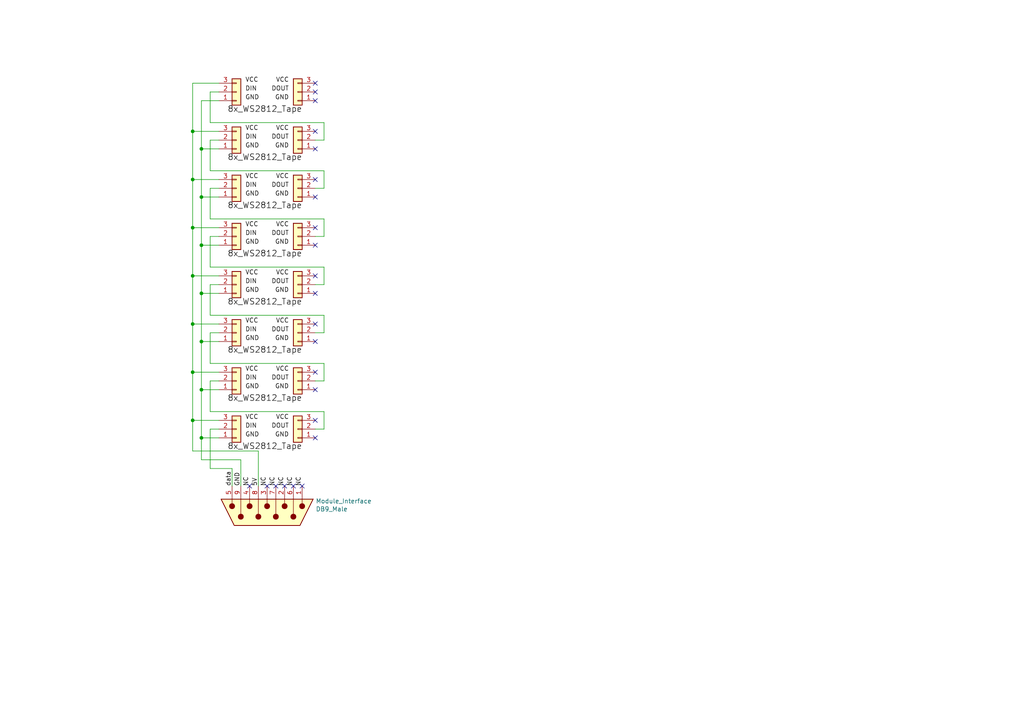
<source format=kicad_sch>
(kicad_sch (version 20211123) (generator eeschema)
  (paper "A4")
  (lib_symbols
    (symbol "Connector:DB9_Male" (pin_names (offset 1.016) hide)
      (property "Reference" "J" (at 0 13.97 0))
      (property "Value" "DB9_Male" (at 0 -14.605 0))
      (symbol "DB9_Male_0_1"
        (circle (center -1.778 -10.16) (radius 0.762) (fill (type outline)))
        (circle (center -1.778 -5.08) (radius 0.762) (fill (type outline)))
        (circle (center -1.778 0) (radius 0.762) (fill (type outline)))
        (circle (center -1.778 5.08) (radius 0.762) (fill (type outline)))
        (circle (center -1.778 10.16) (radius 0.762) (fill (type outline)))
        (polyline (pts (xy -3.81 -10.16) (xy -2.54 -10.16)))
        (polyline (pts (xy -3.81 -7.62) (xy 0.508 -7.62)))
        (polyline (pts (xy -3.81 -5.08) (xy -2.54 -5.08)))
        (polyline (pts (xy -3.81 -2.54) (xy 0.508 -2.54)))
        (polyline (pts (xy -3.81 0) (xy -2.54 0)))
        (polyline (pts (xy -3.81 2.54) (xy 0.508 2.54)))
        (polyline (pts (xy -3.81 5.08) (xy -2.54 5.08)))
        (polyline (pts (xy -3.81 7.62) (xy 0.508 7.62)))
        (polyline (pts (xy -3.81 10.16) (xy -2.54 10.16)))
        (polyline (pts (xy -3.81 -13.335) (xy -3.81 13.335) (xy 3.81 9.525) (xy 3.81 -9.525) (xy -3.81 -13.335)) (stroke (width 0.254)) (fill (type background)))
        (circle (center 1.27 -7.62) (radius 0.762) (fill (type outline)))
        (circle (center 1.27 -2.54) (radius 0.762) (fill (type outline)))
        (circle (center 1.27 2.54) (radius 0.762) (fill (type outline)))
        (circle (center 1.27 7.62) (radius 0.762) (fill (type outline)))
      )
      (symbol "DB9_Male_1_1"
        (pin passive line (at -7.62 -10.16 0) (length 3.81) (name "1") (number "1"))
        (pin passive line (at -7.62 -5.08 0) (length 3.81) (name "2") (number "2"))
        (pin passive line (at -7.62 0 0) (length 3.81) (name "3") (number "3"))
        (pin passive line (at -7.62 5.08 0) (length 3.81) (name "4") (number "4"))
        (pin passive line (at -7.62 10.16 0) (length 3.81) (name "5") (number "5"))
        (pin passive line (at -7.62 -7.62 0) (length 3.81) (name "6") (number "6"))
        (pin passive line (at -7.62 -2.54 0) (length 3.81) (name "7") (number "7"))
        (pin passive line (at -7.62 2.54 0) (length 3.81) (name "8") (number "8"))
        (pin passive line (at -7.62 7.62 0) (length 3.81) (name "9") (number "9"))
      )
    )
    (symbol "Connector_Generic:Conn_01x03" (pin_names (offset 1.016) hide)
      (property "Reference" "J" (at 0 5.08 0))
      (property "Value" "Conn_01x03" (at 0 -5.08 0))
      (symbol "Conn_01x03_1_1"
        (rectangle (start -1.27 -2.413) (end 0 -2.667) (stroke (width 0.1524)))
        (rectangle (start -1.27 0.127) (end 0 -0.127) (stroke (width 0.1524)))
        (rectangle (start -1.27 2.667) (end 0 2.413) (stroke (width 0.1524)))
        (rectangle (start -1.27 3.81) (end 1.27 -3.81) (stroke (width 0.254)) (fill (type background)))
        (pin passive line (at -5.08 2.54 0) (length 3.81) (name "Pin_1") (number "1"))
        (pin passive line (at -5.08 0 0) (length 3.81) (name "Pin_2") (number "2"))
        (pin passive line (at -5.08 -2.54 0) (length 3.81) (name "Pin_3") (number "3"))
      )
    )
  )
  (junction (at 58.42 127))
  (junction (at 58.42 85.09))
  (junction (at 55.88 52.07))
  (junction (at 58.42 99.06))
  (junction (at 55.88 93.98))
  (junction (at 58.42 113.03))
  (junction (at 58.42 71.12))
  (junction (at 55.88 66.04))
  (junction (at 55.88 80.01))
  (junction (at 55.88 121.92))
  (junction (at 55.88 38.1))
  (junction (at 58.42 57.15))
  (junction (at 55.88 107.95))
  (junction (at 58.42 43.18))
  (no_connect (at 91.44 57.15))
  (no_connect (at 91.44 99.06))
  (no_connect (at 72.39 140.97))
  (no_connect (at 91.44 24.13))
  (no_connect (at 91.44 127))
  (no_connect (at 91.44 93.98))
  (no_connect (at 91.44 113.03))
  (no_connect (at 91.44 85.09))
  (no_connect (at 91.44 43.18))
  (no_connect (at 87.63 140.97))
  (no_connect (at 91.44 52.07))
  (no_connect (at 77.47 140.97))
  (no_connect (at 91.44 29.21))
  (no_connect (at 91.44 71.12))
  (no_connect (at 85.09 140.97))
  (no_connect (at 91.44 66.04))
  (no_connect (at 91.44 80.01))
  (no_connect (at 80.01 140.97))
  (no_connect (at 91.44 107.95))
  (no_connect (at 91.44 121.92))
  (no_connect (at 82.55 140.97))
  (no_connect (at 91.44 26.67))
  (no_connect (at 91.44 38.1))
  (wire (pts (xy 63.5 38.1) (xy 55.88 38.1)))
  (wire (pts (xy 60.96 40.64) (xy 63.5 40.64)))
  (wire (pts (xy 63.5 43.18) (xy 58.42 43.18)))
  (wire (pts (xy 63.5 85.09) (xy 58.42 85.09)))
  (wire (pts (xy 63.5 52.07) (xy 55.88 52.07)))
  (wire (pts (xy 55.88 121.92) (xy 63.5 121.92)))
  (wire (pts (xy 55.88 121.92) (xy 55.88 130.81)))
  (wire (pts (xy 58.42 113.03) (xy 58.42 99.06)))
  (wire (pts (xy 91.44 40.64) (xy 93.98 40.64)))
  (wire (pts (xy 63.5 99.06) (xy 58.42 99.06)))
  (wire (pts (xy 55.88 24.13) (xy 55.88 38.1)))
  (wire (pts (xy 63.5 24.13) (xy 55.88 24.13)))
  (wire (pts (xy 55.88 93.98) (xy 55.88 107.95)))
  (wire (pts (xy 58.42 127) (xy 58.42 113.03)))
  (wire (pts (xy 60.96 110.49) (xy 63.5 110.49)))
  (wire (pts (xy 58.42 99.06) (xy 58.42 85.09)))
  (wire (pts (xy 60.96 68.58) (xy 63.5 68.58)))
  (wire (pts (xy 91.44 124.46) (xy 93.98 124.46)))
  (wire (pts (xy 55.88 52.07) (xy 55.88 66.04)))
  (wire (pts (xy 60.96 91.44) (xy 60.96 82.55)))
  (wire (pts (xy 93.98 105.41) (xy 60.96 105.41)))
  (wire (pts (xy 63.5 71.12) (xy 58.42 71.12)))
  (wire (pts (xy 93.98 82.55) (xy 93.98 77.47)))
  (wire (pts (xy 91.44 68.58) (xy 93.98 68.58)))
  (wire (pts (xy 93.98 91.44) (xy 60.96 91.44)))
  (wire (pts (xy 93.98 35.56) (xy 60.96 35.56)))
  (wire (pts (xy 67.31 135.89) (xy 67.31 140.97)))
  (wire (pts (xy 63.5 113.03) (xy 58.42 113.03)))
  (wire (pts (xy 93.98 96.52) (xy 93.98 91.44)))
  (wire (pts (xy 60.96 124.46) (xy 60.96 135.89)))
  (wire (pts (xy 58.42 43.18) (xy 58.42 29.21)))
  (wire (pts (xy 63.5 93.98) (xy 55.88 93.98)))
  (wire (pts (xy 60.96 82.55) (xy 63.5 82.55)))
  (wire (pts (xy 63.5 66.04) (xy 55.88 66.04)))
  (wire (pts (xy 93.98 124.46) (xy 93.98 119.38)))
  (wire (pts (xy 93.98 49.53) (xy 60.96 49.53)))
  (wire (pts (xy 69.85 133.35) (xy 58.42 133.35)))
  (wire (pts (xy 58.42 85.09) (xy 58.42 71.12)))
  (wire (pts (xy 93.98 54.61) (xy 93.98 49.53)))
  (wire (pts (xy 93.98 40.64) (xy 93.98 35.56)))
  (wire (pts (xy 60.96 96.52) (xy 63.5 96.52)))
  (wire (pts (xy 63.5 127) (xy 58.42 127)))
  (wire (pts (xy 55.88 66.04) (xy 55.88 80.01)))
  (wire (pts (xy 60.96 35.56) (xy 60.96 26.67)))
  (wire (pts (xy 60.96 135.89) (xy 67.31 135.89)))
  (wire (pts (xy 63.5 57.15) (xy 58.42 57.15)))
  (wire (pts (xy 93.98 77.47) (xy 60.96 77.47)))
  (wire (pts (xy 91.44 54.61) (xy 93.98 54.61)))
  (wire (pts (xy 63.5 107.95) (xy 55.88 107.95)))
  (wire (pts (xy 93.98 110.49) (xy 93.98 105.41)))
  (wire (pts (xy 60.96 105.41) (xy 60.96 96.52)))
  (wire (pts (xy 55.88 130.81) (xy 74.93 130.81)))
  (wire (pts (xy 60.96 63.5) (xy 60.96 54.61)))
  (wire (pts (xy 63.5 124.46) (xy 60.96 124.46)))
  (wire (pts (xy 60.96 26.67) (xy 63.5 26.67)))
  (wire (pts (xy 93.98 68.58) (xy 93.98 63.5)))
  (wire (pts (xy 58.42 29.21) (xy 63.5 29.21)))
  (wire (pts (xy 60.96 49.53) (xy 60.96 40.64)))
  (wire (pts (xy 91.44 96.52) (xy 93.98 96.52)))
  (wire (pts (xy 60.96 77.47) (xy 60.96 68.58)))
  (wire (pts (xy 69.85 140.97) (xy 69.85 133.35)))
  (wire (pts (xy 55.88 80.01) (xy 55.88 93.98)))
  (wire (pts (xy 91.44 82.55) (xy 93.98 82.55)))
  (wire (pts (xy 55.88 107.95) (xy 55.88 121.92)))
  (wire (pts (xy 58.42 71.12) (xy 58.42 57.15)))
  (wire (pts (xy 55.88 38.1) (xy 55.88 52.07)))
  (wire (pts (xy 93.98 119.38) (xy 60.96 119.38)))
  (wire (pts (xy 63.5 80.01) (xy 55.88 80.01)))
  (wire (pts (xy 74.93 130.81) (xy 74.93 140.97)))
  (wire (pts (xy 60.96 119.38) (xy 60.96 110.49)))
  (wire (pts (xy 58.42 57.15) (xy 58.42 43.18)))
  (wire (pts (xy 91.44 110.49) (xy 93.98 110.49)))
  (wire (pts (xy 60.96 54.61) (xy 63.5 54.61)))
  (wire (pts (xy 58.42 133.35) (xy 58.42 127)))
  (wire (pts (xy 93.98 63.5) (xy 60.96 63.5)))
  (label "VCC" (at 71.12 80.01 0))
  (label "8x_WS2812_Tape" (at 87.63 88.9 180) (effects (font (size 1.7 1.7))))
  (label "GND" (at 69.85 140.97 90))
  (label "VCC" (at 71.12 52.07 0))
  (label "DOUT" (at 83.82 96.52 180))
  (label "VCC" (at 83.82 107.95 180))
  (label "DOUT" (at 83.82 26.67 180))
  (label "VCC" (at 71.12 121.92 0))
  (label "VCC" (at 71.12 66.04 0))
  (label "NC" (at 82.55 140.97 90))
  (label "VCC" (at 71.12 24.13 0))
  (label "GND" (at 83.82 85.09 180))
  (label "VCC" (at 83.82 93.98 180))
  (label "8x_WS2812_Tape" (at 87.63 46.99 180) (effects (font (size 1.7 1.7))))
  (label "8x_WS2812_Tape" (at 87.63 116.84 180) (effects (font (size 1.7 1.7))))
  (label "VCC" (at 71.12 38.1 0))
  (label "8x_WS2812_Tape" (at 87.63 60.96 180) (effects (font (size 1.7 1.7))))
  (label "DIN" (at 71.12 124.46 0))
  (label "GND" (at 71.12 127 0))
  (label "VCC" (at 83.82 66.04 180))
  (label "NC" (at 85.09 140.97 90))
  (label "8x_WS2812_Tape" (at 87.63 102.87 180) (effects (font (size 1.7 1.7))))
  (label "GND" (at 71.12 99.06 0))
  (label "GND" (at 71.12 71.12 0))
  (label "DIN" (at 71.12 96.52 0))
  (label "GND" (at 83.82 99.06 180))
  (label "GND" (at 71.12 57.15 0))
  (label "5V" (at 74.93 140.97 90))
  (label "VCC" (at 83.82 38.1 180))
  (label "VCC" (at 71.12 107.95 0))
  (label "VCC" (at 83.82 80.01 180))
  (label "DOUT" (at 83.82 68.58 180))
  (label "NC" (at 72.39 140.97 90))
  (label "DOUT" (at 83.82 54.61 180))
  (label "GND" (at 71.12 85.09 0))
  (label "GND" (at 83.82 43.18 180))
  (label "8x_WS2812_Tape" (at 87.63 33.02 180) (effects (font (size 1.7 1.7))))
  (label "GND" (at 83.82 71.12 180))
  (label "8x_WS2812_Tape" (at 87.63 74.93 180) (effects (font (size 1.7 1.7))))
  (label "VCC" (at 83.82 52.07 180))
  (label "GND" (at 71.12 113.03 0))
  (label "GND" (at 83.82 113.03 180))
  (label "DIN" (at 71.12 68.58 0))
  (label "DIN" (at 71.12 54.61 0))
  (label "VCC" (at 83.82 121.92 180))
  (label "GND" (at 83.82 57.15 180))
  (label "DOUT" (at 83.82 82.55 180))
  (label "GND" (at 83.82 127 180))
  (label "GND" (at 83.82 29.21 180))
  (label "NC" (at 77.47 140.97 90))
  (label "DOUT" (at 83.82 40.64 180))
  (label "DIN" (at 71.12 40.64 0))
  (label "DOUT" (at 83.82 124.46 180))
  (label "VCC" (at 71.12 93.98 0))
  (label "data" (at 67.31 140.97 90))
  (label "NC" (at 87.63 140.97 90))
  (label "DIN" (at 71.12 26.67 0))
  (label "DOUT" (at 83.82 110.49 180))
  (label "GND" (at 71.12 29.21 0))
  (label "GND" (at 71.12 43.18 0))
  (label "VCC" (at 83.82 24.13 180))
  (label "NC" (at 80.01 140.97 90))
  (label "DIN" (at 71.12 110.49 0))
  (label "DIN" (at 71.12 82.55 0))
  (label "8x_WS2812_Tape" (at 87.63 130.81 180) (effects (font (size 1.7 1.7))))
  (symbol (lib_id "Connector:DB9_Male") (at 77.47 148.59 90) (mirror x) (unit 1)
    (property "Reference" "Module_Interface" (at 91.567 145.3388 90) (effects (justify right)))
    (property "Value" "DB9_Male" (at 91.567 147.6502 90) (effects (justify right)))
    (property "Datasheet" " ~" (effects hide))
  )
  (symbol (lib_id "Connector_Generic:Conn_01x03") (at 86.36 54.61 180) (unit 1)
    (property "Reference" "J?" (effects hide))
    (property "Value" "Conn_01x03" (effects hide))
  )
  (symbol (lib_id "Connector_Generic:Conn_01x03") (at 68.58 82.55 0) (mirror x) (unit 1)
    (property "Reference" "J?" (effects hide))
    (property "Value" "Conn_01x03" (effects hide))
  )
  (symbol (lib_id "Connector_Generic:Conn_01x03") (at 68.58 124.46 0) (mirror x) (unit 1)
    (property "Reference" "J?" (effects hide))
    (property "Value" "Conn_01x03" (effects hide))
  )
  (symbol (lib_id "Connector_Generic:Conn_01x03") (at 86.36 68.58 180) (unit 1)
    (property "Reference" "J?" (effects hide))
    (property "Value" "Conn_01x03" (effects hide))
  )
  (symbol (lib_id "Connector_Generic:Conn_01x03") (at 86.36 96.52 180) (unit 1)
    (property "Reference" "J?" (effects hide))
    (property "Value" "Conn_01x03" (effects hide))
  )
  (symbol (lib_id "Connector_Generic:Conn_01x03") (at 86.36 26.67 180) (unit 1)
    (property "Reference" "J?" (effects hide))
    (property "Value" "Conn_01x03" (effects hide))
  )
  (symbol (lib_id "Connector_Generic:Conn_01x03") (at 86.36 82.55 180) (unit 1)
    (property "Reference" "J?" (effects hide))
    (property "Value" "Conn_01x03" (effects hide))
  )
  (symbol (lib_id "Connector_Generic:Conn_01x03") (at 68.58 68.58 0) (mirror x) (unit 1)
    (property "Reference" "J?" (effects hide))
    (property "Value" "Conn_01x03" (effects hide))
  )
  (symbol (lib_id "Connector_Generic:Conn_01x03") (at 68.58 26.67 0) (mirror x) (unit 1)
    (property "Reference" "J?" (effects hide))
    (property "Value" "Conn_01x03" (effects hide))
  )
  (symbol (lib_id "Connector_Generic:Conn_01x03") (at 68.58 40.64 0) (mirror x) (unit 1)
    (property "Reference" "J?" (effects hide))
    (property "Value" "Conn_01x03" (effects hide))
  )
  (symbol (lib_id "Connector_Generic:Conn_01x03") (at 86.36 110.49 180) (unit 1)
    (property "Reference" "J?" (effects hide))
    (property "Value" "Conn_01x03" (effects hide))
  )
  (symbol (lib_id "Connector_Generic:Conn_01x03") (at 68.58 110.49 0) (mirror x) (unit 1)
    (property "Reference" "J?" (effects hide))
    (property "Value" "Conn_01x03" (effects hide))
  )
  (symbol (lib_id "Connector_Generic:Conn_01x03") (at 86.36 40.64 180) (unit 1)
    (property "Reference" "J?" (effects hide))
    (property "Value" "Conn_01x03" (effects hide))
  )
  (symbol (lib_id "Connector_Generic:Conn_01x03") (at 68.58 54.61 0) (mirror x) (unit 1)
    (property "Reference" "J?" (effects hide))
    (property "Value" "Conn_01x03" (effects hide))
  )
  (symbol (lib_id "Connector_Generic:Conn_01x03") (at 86.36 124.46 180) (unit 1)
    (property "Reference" "J?" (effects hide))
    (property "Value" "Conn_01x03" (effects hide))
  )
  (symbol (lib_id "Connector_Generic:Conn_01x03") (at 68.58 96.52 0) (mirror x) (unit 1)
    (property "Reference" "J?" (effects hide))
    (property "Value" "Conn_01x03" (effects hide))
  )
)
</source>
